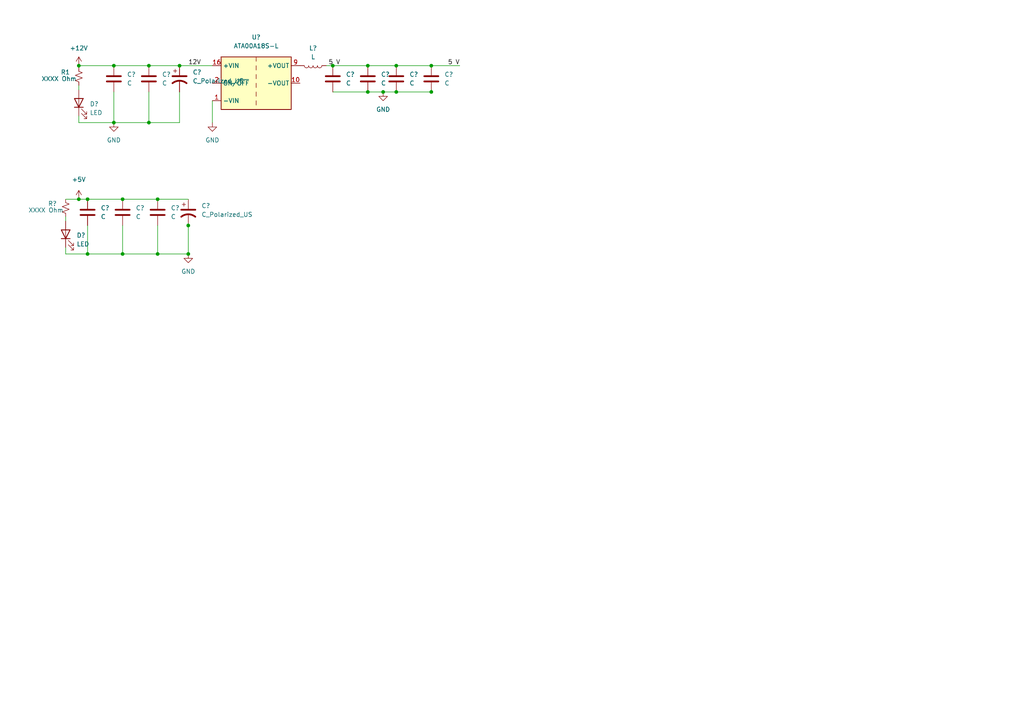
<source format=kicad_sch>
(kicad_sch (version 20211123) (generator eeschema)
  (paper "A4")
  (lib_symbols
    (symbol "Converter_DCDC:ATA00A18S-L"
      (property "Reference" "U" (at 0 11.43 0))
      (property "Value" "ATA00A18S-L" (at 0 8.89 0))
      (symbol "ATA00A18S-L_0_1"
        (rectangle (start -10.16 7.62) (end 10.16 -7.62) (stroke (width 0.254)) (fill (type background)))
        (polyline (pts (xy 0 -5.08) (xy 0 -6.35)))
        (polyline (pts (xy 0 -2.54) (xy 0 -3.81)))
        (polyline (pts (xy 0 0) (xy 0 -1.27)))
        (polyline (pts (xy 0 2.54) (xy 0 1.27)))
        (polyline (pts (xy 0 5.08) (xy 0 3.81)))
        (polyline (pts (xy 0 7.62) (xy 0 6.35)))
      )
      (symbol "ATA00A18S-L_1_1"
        (pin power_in line (at -12.7 -5.08 0) (length 2.54) (name "-VIN") (number "1"))
        (pin power_out line (at 12.7 0 180) (length 2.54) (name "-VOUT") (number "10"))
        (pin power_in line (at -12.7 5.08 0) (length 2.54) (name "+VIN") (number "16"))
        (pin input line (at -12.7 0 0) (length 2.54) (name "ON/~{OFF}") (number "2"))
        (pin no_connect line (at 10.16 -2.54 180) (length 2.54) hide (name "NC") (number "7"))
        (pin no_connect line (at 10.16 -5.08 180) (length 2.54) hide (name "NC") (number "8"))
        (pin power_out line (at 12.7 5.08 180) (length 2.54) (name "+VOUT") (number "9"))
      )
    )
    (symbol "Device:C" (pin_numbers hide) (pin_names (offset 0.254))
      (property "Reference" "C" (at 0.635 2.54 0))
      (property "Value" "C" (at 0.635 -2.54 0))
      (symbol "C_0_1"
        (polyline (pts (xy -2.032 -0.762) (xy 2.032 -0.762)) (stroke (width 0.508)))
        (polyline (pts (xy -2.032 0.762) (xy 2.032 0.762)) (stroke (width 0.508)))
      )
      (symbol "C_1_1"
        (pin passive line (at 0 3.81 270) (length 2.794) (name "~") (number "1"))
        (pin passive line (at 0 -3.81 90) (length 2.794) (name "~") (number "2"))
      )
    )
    (symbol "Device:C_Polarized_US" (pin_numbers hide) (pin_names (offset 0.254) hide)
      (property "Reference" "C" (at 0.635 2.54 0))
      (property "Value" "C_Polarized_US" (at 0.635 -2.54 0))
      (symbol "C_Polarized_US_0_1"
        (polyline (pts (xy -2.032 0.762) (xy 2.032 0.762)) (stroke (width 0.508)))
        (polyline (pts (xy -1.778 2.286) (xy -0.762 2.286)))
        (polyline (pts (xy -1.27 1.778) (xy -1.27 2.794)))
        (arc (start 2.032 -1.27) (mid 0 -0.5572) (end -2.032 -1.27) (stroke (width 0.508)))
      )
      (symbol "C_Polarized_US_1_1"
        (pin passive line (at 0 3.81 270) (length 2.794) (name "~") (number "1"))
        (pin passive line (at 0 -3.81 90) (length 3.302) (name "~") (number "2"))
      )
    )
    (symbol "Device:L" (pin_numbers hide) (pin_names (offset 1.016) hide)
      (property "Reference" "L" (at -1.27 0 90))
      (property "Value" "L" (at 1.905 0 90))
      (symbol "L_0_1"
        (arc (start 0 -2.54) (mid 0.635 -1.905) (end 0 -1.27))
        (arc (start 0 -1.27) (mid 0.635 -0.635) (end 0 0))
        (arc (start 0 0) (mid 0.635 0.635) (end 0 1.27))
        (arc (start 0 1.27) (mid 0.635 1.905) (end 0 2.54))
      )
      (symbol "L_1_1"
        (pin passive line (at 0 3.81 270) (length 1.27) (name "1") (number "1"))
        (pin passive line (at 0 -3.81 90) (length 1.27) (name "2") (number "2"))
      )
    )
    (symbol "Device:LED" (pin_numbers hide) (pin_names (offset 1.016) hide)
      (property "Reference" "D" (at 0 2.54 0))
      (property "Value" "LED" (at 0 -2.54 0))
      (symbol "LED_0_1"
        (polyline (pts (xy -1.27 -1.27) (xy -1.27 1.27)) (stroke (width 0.254)))
        (polyline (pts (xy -1.27 0) (xy 1.27 0)))
        (polyline (pts (xy 1.27 -1.27) (xy 1.27 1.27) (xy -1.27 0) (xy 1.27 -1.27)) (stroke (width 0.254)))
        (polyline (pts (xy -3.048 -0.762) (xy -4.572 -2.286) (xy -3.81 -2.286) (xy -4.572 -2.286) (xy -4.572 -1.524)))
        (polyline (pts (xy -1.778 -0.762) (xy -3.302 -2.286) (xy -2.54 -2.286) (xy -3.302 -2.286) (xy -3.302 -1.524)))
      )
      (symbol "LED_1_1"
        (pin passive line (at -3.81 0 0) (length 2.54) (name "K") (number "1"))
        (pin passive line (at 3.81 0 180) (length 2.54) (name "A") (number "2"))
      )
    )
    (symbol "Device:R_Small_US" (pin_numbers hide) (pin_names (offset 0.254) hide)
      (property "Reference" "R" (at 0.762 0.508 0))
      (property "Value" "R_Small_US" (at 0.762 -1.016 0))
      (symbol "R_Small_US_1_1"
        (polyline (pts (xy 0 0) (xy 1.016 -0.381) (xy 0 -0.762) (xy -1.016 -1.143) (xy 0 -1.524)))
        (polyline (pts (xy 0 1.524) (xy 1.016 1.143) (xy 0 0.762) (xy -1.016 0.381) (xy 0 0)))
        (pin passive line (at 0 2.54 270) (length 1.016) (name "~") (number "1"))
        (pin passive line (at 0 -2.54 90) (length 1.016) (name "~") (number "2"))
      )
    )
    (symbol "power:+12V" (power) (pin_names (offset 0))
      (property "Value" "+12V" (at 0 3.556 0))
      (symbol "+12V_0_1"
        (polyline (pts (xy -0.762 1.27) (xy 0 2.54)))
        (polyline (pts (xy 0 0) (xy 0 2.54)))
        (polyline (pts (xy 0 2.54) (xy 0.762 1.27)))
      )
      (symbol "+12V_1_1"
        (pin power_in line (at 0 0 90) (length 0) hide (name "+12V") (number "1"))
      )
    )
    (symbol "power:+5V" (power) (pin_names (offset 0))
      (property "Value" "+5V" (at 0 3.556 0))
      (symbol "+5V_0_1"
        (polyline (pts (xy -0.762 1.27) (xy 0 2.54)))
        (polyline (pts (xy 0 0) (xy 0 2.54)))
        (polyline (pts (xy 0 2.54) (xy 0.762 1.27)))
      )
      (symbol "+5V_1_1"
        (pin power_in line (at 0 0 90) (length 0) hide (name "+5V") (number "1"))
      )
    )
    (symbol "power:GND" (power) (pin_names (offset 0))
      (property "Value" "GND" (at 0 -3.81 0))
      (symbol "GND_0_1"
        (polyline (pts (xy 0 0) (xy 0 -1.27) (xy 1.27 -1.27) (xy 0 -2.54) (xy -1.27 -1.27) (xy 0 -1.27)))
      )
      (symbol "GND_1_1"
        (pin power_in line (at 0 0 270) (length 0) hide (name "GND") (number "1"))
      )
    )
  )
  (junction (at 35.56 57.785))
  (junction (at 25.4 73.66))
  (junction (at 106.68 19.05))
  (junction (at 54.61 73.66))
  (junction (at 35.56 73.66))
  (junction (at 125.095 19.05))
  (junction (at 45.72 73.66))
  (junction (at 106.68 26.67))
  (junction (at 52.07 19.05))
  (junction (at 114.935 26.67))
  (junction (at 45.72 57.785))
  (junction (at 54.61 65.405))
  (junction (at 25.4 57.785))
  (junction (at 114.935 19.05))
  (junction (at 43.18 19.05))
  (junction (at 22.86 19.05))
  (junction (at 22.86 57.785))
  (junction (at 125.095 26.67))
  (junction (at 96.52 19.05))
  (junction (at 111.125 26.67))
  (junction (at 43.18 35.56))
  (junction (at 33.02 35.56))
  (junction (at 33.02 19.05))
  (wire (pts (xy 45.72 73.66) (xy 54.61 73.66)))
  (wire (pts (xy 19.05 71.755) (xy 19.05 73.66)))
  (wire (pts (xy 19.05 73.66) (xy 25.4 73.66)))
  (wire (pts (xy 54.61 64.77) (xy 54.61 65.405)))
  (wire (pts (xy 22.86 19.685) (xy 22.86 19.05)))
  (wire (pts (xy 45.72 65.405) (xy 45.72 73.66)))
  (wire (pts (xy 35.56 73.66) (xy 45.72 73.66)))
  (wire (pts (xy 125.095 19.05) (xy 133.35 19.05)))
  (wire (pts (xy 96.52 26.67) (xy 106.68 26.67)))
  (wire (pts (xy 43.18 35.56) (xy 52.07 35.56)))
  (wire (pts (xy 54.61 65.405) (xy 54.61 73.66)))
  (wire (pts (xy 45.72 57.785) (xy 54.61 57.785)))
  (wire (pts (xy 125.095 26.035) (xy 125.095 26.67)))
  (wire (pts (xy 114.935 26.67) (xy 125.095 26.67)))
  (wire (pts (xy 35.56 57.785) (xy 45.72 57.785)))
  (wire (pts (xy 25.4 65.405) (xy 25.4 73.66)))
  (wire (pts (xy 52.07 19.05) (xy 61.595 19.05)))
  (wire (pts (xy 94.615 19.05) (xy 96.52 19.05)))
  (wire (pts (xy 33.02 35.56) (xy 43.18 35.56)))
  (wire (pts (xy 25.4 57.785) (xy 35.56 57.785)))
  (wire (pts (xy 22.86 57.785) (xy 25.4 57.785)))
  (wire (pts (xy 96.52 19.05) (xy 106.68 19.05)))
  (wire (pts (xy 22.86 19.05) (xy 33.02 19.05)))
  (wire (pts (xy 52.07 26.67) (xy 52.07 35.56)))
  (wire (pts (xy 43.18 19.05) (xy 52.07 19.05)))
  (wire (pts (xy 25.4 73.66) (xy 35.56 73.66)))
  (wire (pts (xy 22.86 33.655) (xy 22.86 35.56)))
  (wire (pts (xy 33.02 19.05) (xy 43.18 19.05)))
  (wire (pts (xy 43.18 26.67) (xy 43.18 35.56)))
  (wire (pts (xy 22.86 35.56) (xy 33.02 35.56)))
  (wire (pts (xy 106.68 19.05) (xy 114.935 19.05)))
  (wire (pts (xy 114.935 19.05) (xy 125.095 19.05)))
  (wire (pts (xy 111.125 26.67) (xy 114.935 26.67)))
  (wire (pts (xy 22.86 26.035) (xy 22.86 24.765)))
  (wire (pts (xy 19.05 57.785) (xy 22.86 57.785)))
  (wire (pts (xy 35.56 65.405) (xy 35.56 73.66)))
  (wire (pts (xy 106.68 26.67) (xy 111.125 26.67)))
  (wire (pts (xy 19.05 64.135) (xy 19.05 62.865)))
  (wire (pts (xy 61.595 29.21) (xy 61.595 35.56)))
  (wire (pts (xy 33.02 26.67) (xy 33.02 35.56)))
  (label "5 V" (at 95.25 19.05 0))
  (label "12V" (at 54.61 19.05 0))
  (label "5 V" (at 133.35 19.05 180))
  (symbol (lib_id "power:+12V") (at 22.86 19.05 0) (unit 1)
    (property "Reference" "#PWR?" (effects hide))
    (property "Value" "+12V" (at 22.86 13.97 0))
  )
  (symbol (lib_id "Device:R_Small_US") (at 22.86 22.225 0) (unit 1)
    (property "Reference" "R1" (at 20.32 20.9549 0) (effects (justify right)))
    (property "Value" "XXXX Ohm" (at 22.225 22.86 0) (effects (justify right)))
    (property "Footprint" "Resistor_SMD:R_0805_2012Metric" (effects hide))
  )
  (symbol (lib_id "Device:C") (at 45.72 61.595 0) (unit 1)
    (property "Reference" "C?" (at 49.53 60.3249 0) (effects (justify left)))
    (property "Value" "C" (at 49.53 62.8649 0) (effects (justify left)))
  )
  (symbol (lib_id "Device:C") (at 114.935 22.86 0) (unit 1)
    (property "Reference" "C?" (at 118.745 21.5899 0) (effects (justify left)))
    (property "Value" "C" (at 118.745 24.1299 0) (effects (justify left)))
  )
  (symbol (lib_id "Device:C") (at 33.02 22.86 0) (unit 1)
    (property "Reference" "C?" (at 36.83 21.5899 0) (effects (justify left)))
    (property "Value" "C" (at 36.83 24.1299 0) (effects (justify left)))
  )
  (symbol (lib_id "Device:C") (at 25.4 61.595 0) (unit 1)
    (property "Reference" "C?" (at 29.21 60.3249 0) (effects (justify left)))
    (property "Value" "C" (at 29.21 62.8649 0) (effects (justify left)))
  )
  (symbol (lib_id "power:GND") (at 54.61 73.66 0) (unit 1)
    (property "Reference" "#PWR?" (effects hide))
    (property "Value" "GND" (at 54.61 78.74 0))
  )
  (symbol (lib_id "Device:C") (at 96.52 22.86 0) (unit 1)
    (property "Reference" "C?" (at 100.33 21.5899 0) (effects (justify left)))
    (property "Value" "C" (at 100.33 24.1299 0) (effects (justify left)))
  )
  (symbol (lib_id "Device:C") (at 106.68 22.86 0) (unit 1)
    (property "Reference" "C?" (at 110.49 21.5899 0) (effects (justify left)))
    (property "Value" "C" (at 110.49 24.1299 0) (effects (justify left)))
  )
  (symbol (lib_id "power:+5V") (at 22.86 57.785 0) (unit 1)
    (property "Reference" "#PWR?" (effects hide))
    (property "Value" "+5V" (at 22.86 52.07 0))
  )
  (symbol (lib_id "Device:R_Small_US") (at 19.05 60.325 0) (unit 1)
    (property "Reference" "R?" (at 16.51 59.0549 0) (effects (justify right)))
    (property "Value" "XXXX Ohm" (at 18.415 60.96 0) (effects (justify right)))
    (property "Footprint" "Resistor_SMD:R_0805_2012Metric" (effects hide))
  )
  (symbol (lib_id "Device:C") (at 125.095 22.86 0) (unit 1)
    (property "Reference" "C?" (at 128.905 21.5899 0) (effects (justify left)))
    (property "Value" "C" (at 128.905 24.1299 0) (effects (justify left)))
  )
  (symbol (lib_id "Device:LED") (at 22.86 29.845 90) (unit 1)
    (property "Reference" "D?" (at 26.035 30.1624 90) (effects (justify right)))
    (property "Value" "LED" (at 26.035 32.7024 90) (effects (justify right)))
  )
  (symbol (lib_id "Device:C_Polarized_US") (at 52.07 22.86 0) (unit 1)
    (property "Reference" "C?" (at 55.88 20.9549 0) (effects (justify left)))
    (property "Value" "C_Polarized_US" (at 55.88 23.4949 0) (effects (justify left)))
  )
  (symbol (lib_id "Device:C") (at 35.56 61.595 0) (unit 1)
    (property "Reference" "C?" (at 39.37 60.3249 0) (effects (justify left)))
    (property "Value" "C" (at 39.37 62.8649 0) (effects (justify left)))
  )
  (symbol (lib_id "Device:C") (at 43.18 22.86 0) (unit 1)
    (property "Reference" "C?" (at 46.99 21.5899 0) (effects (justify left)))
    (property "Value" "C" (at 46.99 24.1299 0) (effects (justify left)))
  )
  (symbol (lib_id "power:GND") (at 61.595 35.56 0) (unit 1)
    (property "Reference" "#PWR?" (effects hide))
    (property "Value" "GND" (at 61.595 40.64 0))
  )
  (symbol (lib_id "Device:L") (at 90.805 19.05 270) (unit 1)
    (property "Reference" "L?" (at 90.805 13.97 90))
    (property "Value" "L" (at 90.805 16.51 90))
  )
  (symbol (lib_id "power:GND") (at 111.125 26.67 0) (unit 1)
    (property "Reference" "#PWR?" (effects hide))
    (property "Value" "GND" (at 111.125 31.75 0))
  )
  (symbol (lib_id "Converter_DCDC:ATA00A18S-L") (at 74.295 24.13 0) (unit 1)
    (property "Reference" "U?" (at 74.295 10.795 0))
    (property "Value" "ATA00A18S-L" (at 74.295 13.335 0))
    (property "Footprint" "Converter_DCDC:Converter_DCDC_Artesyn_ATA_SMD" (effects hide))
    (property "Datasheet" "https://www.artesyn.com/power/assets/ata_series_ds_01apr2015_79c25814fd.pdf" (effects hide))
  )
  (symbol (lib_id "power:GND") (at 33.02 35.56 0) (unit 1)
    (property "Reference" "#PWR?" (effects hide))
    (property "Value" "GND" (at 33.02 40.64 0))
  )
  (symbol (lib_id "Device:C_Polarized_US") (at 54.61 61.595 0) (unit 1)
    (property "Reference" "C?" (at 58.42 59.6899 0) (effects (justify left)))
    (property "Value" "C_Polarized_US" (at 58.42 62.2299 0) (effects (justify left)))
  )
  (symbol (lib_id "Device:LED") (at 19.05 67.945 90) (unit 1)
    (property "Reference" "D?" (at 22.225 68.2624 90) (effects (justify right)))
    (property "Value" "LED" (at 22.225 70.8024 90) (effects (justify right)))
  )
)
</source>
